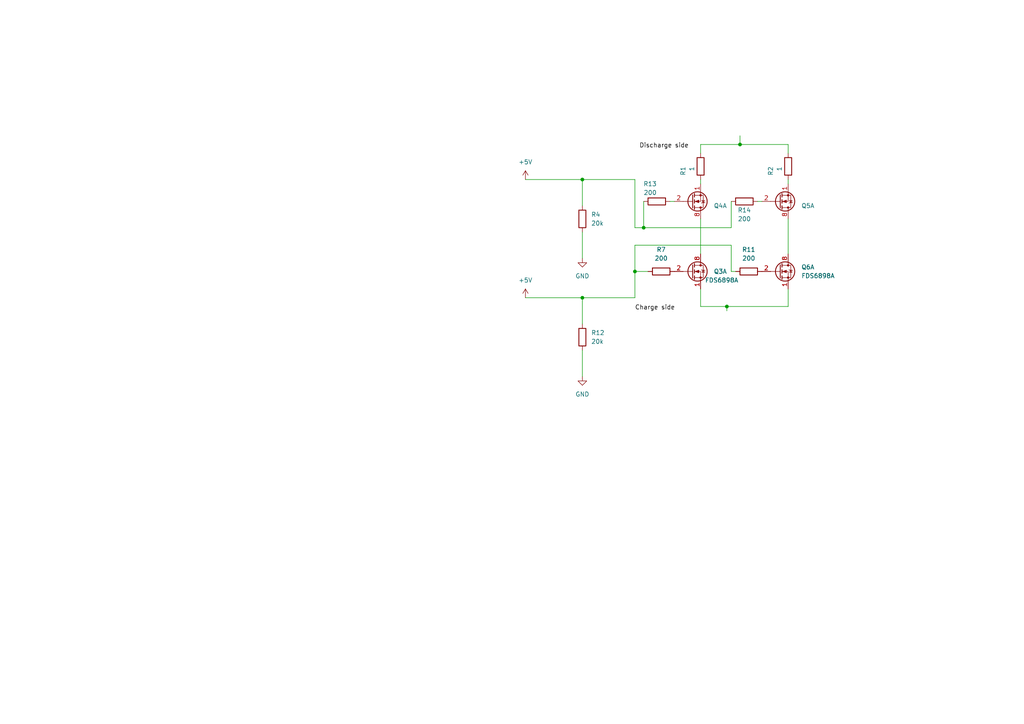
<source format=kicad_sch>
(kicad_sch (version 20230121) (generator eeschema)

  (uuid 21207a22-88c9-4870-a013-fccbd0cd4faf)

  (paper "A4")

  (lib_symbols
    (symbol "Device:R" (pin_numbers hide) (pin_names (offset 0)) (in_bom yes) (on_board yes)
      (property "Reference" "R" (at 2.032 0 90)
        (effects (font (size 1.27 1.27)))
      )
      (property "Value" "R" (at 0 0 90)
        (effects (font (size 1.27 1.27)))
      )
      (property "Footprint" "" (at -1.778 0 90)
        (effects (font (size 1.27 1.27)) hide)
      )
      (property "Datasheet" "~" (at 0 0 0)
        (effects (font (size 1.27 1.27)) hide)
      )
      (property "ki_keywords" "R res resistor" (at 0 0 0)
        (effects (font (size 1.27 1.27)) hide)
      )
      (property "ki_description" "Resistor" (at 0 0 0)
        (effects (font (size 1.27 1.27)) hide)
      )
      (property "ki_fp_filters" "R_*" (at 0 0 0)
        (effects (font (size 1.27 1.27)) hide)
      )
      (symbol "R_0_1"
        (rectangle (start -1.016 -2.54) (end 1.016 2.54)
          (stroke (width 0.254) (type default))
          (fill (type none))
        )
      )
      (symbol "R_1_1"
        (pin passive line (at 0 3.81 270) (length 1.27)
          (name "~" (effects (font (size 1.27 1.27))))
          (number "1" (effects (font (size 1.27 1.27))))
        )
        (pin passive line (at 0 -3.81 90) (length 1.27)
          (name "~" (effects (font (size 1.27 1.27))))
          (number "2" (effects (font (size 1.27 1.27))))
        )
      )
    )
    (symbol "Transistor_FET:FDS6898A" (pin_names hide) (in_bom yes) (on_board yes)
      (property "Reference" "Q" (at 5.08 1.905 0)
        (effects (font (size 1.27 1.27)) (justify left))
      )
      (property "Value" "FDS6898A" (at 5.08 0 0)
        (effects (font (size 1.27 1.27)) (justify left))
      )
      (property "Footprint" "Package_SO:SOIC-8_3.9x4.9mm_P1.27mm" (at 5.08 -1.905 0)
        (effects (font (size 1.27 1.27) italic) (justify left) hide)
      )
      (property "Datasheet" "https://www.onsemi.com/pub/Collateral/FDS6898A-D.PDF" (at 0 0 0)
        (effects (font (size 1.27 1.27)) (justify left) hide)
      )
      (property "ki_keywords" "Dual N-Channel MOSFET" (at 0 0 0)
        (effects (font (size 1.27 1.27)) hide)
      )
      (property "ki_description" "9.4A Id, 20V Vds, Dual N-Channel MOSFET, 14mOhm Ron, SO-8" (at 0 0 0)
        (effects (font (size 1.27 1.27)) hide)
      )
      (property "ki_fp_filters" "SOIC*3.9x4.9mm*P1.27mm*" (at 0 0 0)
        (effects (font (size 1.27 1.27)) hide)
      )
      (symbol "FDS6898A_0_1"
        (polyline
          (pts
            (xy 0.254 0)
            (xy -2.54 0)
          )
          (stroke (width 0) (type default))
          (fill (type none))
        )
        (polyline
          (pts
            (xy 0.254 1.905)
            (xy 0.254 -1.905)
          )
          (stroke (width 0.254) (type default))
          (fill (type none))
        )
        (polyline
          (pts
            (xy 0.762 -1.27)
            (xy 0.762 -2.286)
          )
          (stroke (width 0.254) (type default))
          (fill (type none))
        )
        (polyline
          (pts
            (xy 0.762 0.508)
            (xy 0.762 -0.508)
          )
          (stroke (width 0.254) (type default))
          (fill (type none))
        )
        (polyline
          (pts
            (xy 0.762 2.286)
            (xy 0.762 1.27)
          )
          (stroke (width 0.254) (type default))
          (fill (type none))
        )
        (polyline
          (pts
            (xy 2.54 2.54)
            (xy 2.54 1.778)
          )
          (stroke (width 0) (type default))
          (fill (type none))
        )
        (polyline
          (pts
            (xy 2.54 -2.54)
            (xy 2.54 0)
            (xy 0.762 0)
          )
          (stroke (width 0) (type default))
          (fill (type none))
        )
        (polyline
          (pts
            (xy 0.762 -1.778)
            (xy 3.302 -1.778)
            (xy 3.302 1.778)
            (xy 0.762 1.778)
          )
          (stroke (width 0) (type default))
          (fill (type none))
        )
        (polyline
          (pts
            (xy 1.016 0)
            (xy 2.032 0.381)
            (xy 2.032 -0.381)
            (xy 1.016 0)
          )
          (stroke (width 0) (type default))
          (fill (type outline))
        )
        (polyline
          (pts
            (xy 2.794 0.508)
            (xy 2.921 0.381)
            (xy 3.683 0.381)
            (xy 3.81 0.254)
          )
          (stroke (width 0) (type default))
          (fill (type none))
        )
        (polyline
          (pts
            (xy 3.302 0.381)
            (xy 2.921 -0.254)
            (xy 3.683 -0.254)
            (xy 3.302 0.381)
          )
          (stroke (width 0) (type default))
          (fill (type none))
        )
        (circle (center 1.651 0) (radius 2.794)
          (stroke (width 0.254) (type default))
          (fill (type none))
        )
        (circle (center 2.54 -1.778) (radius 0.254)
          (stroke (width 0) (type default))
          (fill (type outline))
        )
        (circle (center 2.54 1.778) (radius 0.254)
          (stroke (width 0) (type default))
          (fill (type outline))
        )
      )
      (symbol "FDS6898A_1_1"
        (pin passive line (at 2.54 -5.08 90) (length 2.54)
          (name "S1" (effects (font (size 1.27 1.27))))
          (number "1" (effects (font (size 1.27 1.27))))
        )
        (pin passive line (at -5.08 0 0) (length 2.54)
          (name "G1" (effects (font (size 1.27 1.27))))
          (number "2" (effects (font (size 1.27 1.27))))
        )
        (pin passive line (at 2.54 5.08 270) (length 2.54) hide
          (name "D1" (effects (font (size 1.27 1.27))))
          (number "7" (effects (font (size 1.27 1.27))))
        )
        (pin passive line (at 2.54 5.08 270) (length 2.54)
          (name "D1" (effects (font (size 1.27 1.27))))
          (number "8" (effects (font (size 1.27 1.27))))
        )
      )
      (symbol "FDS6898A_2_1"
        (pin passive line (at 2.54 -5.08 90) (length 2.54)
          (name "S2" (effects (font (size 1.27 1.27))))
          (number "3" (effects (font (size 1.27 1.27))))
        )
        (pin passive line (at -5.08 0 0) (length 2.54)
          (name "G2" (effects (font (size 1.27 1.27))))
          (number "4" (effects (font (size 1.27 1.27))))
        )
        (pin passive line (at 2.54 5.08 270) (length 2.54)
          (name "D2" (effects (font (size 1.27 1.27))))
          (number "5" (effects (font (size 1.27 1.27))))
        )
        (pin passive line (at 2.54 5.08 270) (length 2.54) hide
          (name "D2" (effects (font (size 1.27 1.27))))
          (number "6" (effects (font (size 1.27 1.27))))
        )
      )
    )
    (symbol "power:+5V" (power) (pin_names (offset 0)) (in_bom yes) (on_board yes)
      (property "Reference" "#PWR" (at 0 -3.81 0)
        (effects (font (size 1.27 1.27)) hide)
      )
      (property "Value" "+5V" (at 0 3.556 0)
        (effects (font (size 1.27 1.27)))
      )
      (property "Footprint" "" (at 0 0 0)
        (effects (font (size 1.27 1.27)) hide)
      )
      (property "Datasheet" "" (at 0 0 0)
        (effects (font (size 1.27 1.27)) hide)
      )
      (property "ki_keywords" "global power" (at 0 0 0)
        (effects (font (size 1.27 1.27)) hide)
      )
      (property "ki_description" "Power symbol creates a global label with name \"+5V\"" (at 0 0 0)
        (effects (font (size 1.27 1.27)) hide)
      )
      (symbol "+5V_0_1"
        (polyline
          (pts
            (xy -0.762 1.27)
            (xy 0 2.54)
          )
          (stroke (width 0) (type default))
          (fill (type none))
        )
        (polyline
          (pts
            (xy 0 0)
            (xy 0 2.54)
          )
          (stroke (width 0) (type default))
          (fill (type none))
        )
        (polyline
          (pts
            (xy 0 2.54)
            (xy 0.762 1.27)
          )
          (stroke (width 0) (type default))
          (fill (type none))
        )
      )
      (symbol "+5V_1_1"
        (pin power_in line (at 0 0 90) (length 0) hide
          (name "+5V" (effects (font (size 1.27 1.27))))
          (number "1" (effects (font (size 1.27 1.27))))
        )
      )
    )
    (symbol "power:GND" (power) (pin_names (offset 0)) (in_bom yes) (on_board yes)
      (property "Reference" "#PWR" (at 0 -6.35 0)
        (effects (font (size 1.27 1.27)) hide)
      )
      (property "Value" "GND" (at 0 -3.81 0)
        (effects (font (size 1.27 1.27)))
      )
      (property "Footprint" "" (at 0 0 0)
        (effects (font (size 1.27 1.27)) hide)
      )
      (property "Datasheet" "" (at 0 0 0)
        (effects (font (size 1.27 1.27)) hide)
      )
      (property "ki_keywords" "global power" (at 0 0 0)
        (effects (font (size 1.27 1.27)) hide)
      )
      (property "ki_description" "Power symbol creates a global label with name \"GND\" , ground" (at 0 0 0)
        (effects (font (size 1.27 1.27)) hide)
      )
      (symbol "GND_0_1"
        (polyline
          (pts
            (xy 0 0)
            (xy 0 -1.27)
            (xy 1.27 -1.27)
            (xy 0 -2.54)
            (xy -1.27 -1.27)
            (xy 0 -1.27)
          )
          (stroke (width 0) (type default))
          (fill (type none))
        )
      )
      (symbol "GND_1_1"
        (pin power_in line (at 0 0 270) (length 0) hide
          (name "GND" (effects (font (size 1.27 1.27))))
          (number "1" (effects (font (size 1.27 1.27))))
        )
      )
    )
  )

  (junction (at 168.91 52.07) (diameter 0) (color 0 0 0 0)
    (uuid 16784bc5-bf1a-40a8-bdb1-ee8483a375d7)
  )
  (junction (at 186.69 66.04) (diameter 0) (color 0 0 0 0)
    (uuid 2c219368-2ae6-4d06-afe1-12c877b6815a)
  )
  (junction (at 184.15 78.74) (diameter 0) (color 0 0 0 0)
    (uuid 3dcb21e8-bf2c-4272-8410-562c73532c93)
  )
  (junction (at 214.63 41.91) (diameter 0) (color 0 0 0 0)
    (uuid 7a248254-efcf-429a-b88f-0d2e2e607b3a)
  )
  (junction (at 210.82 88.9) (diameter 0) (color 0 0 0 0)
    (uuid ab241562-c886-4513-b526-af7d1d1cd2eb)
  )
  (junction (at 168.91 86.36) (diameter 0) (color 0 0 0 0)
    (uuid ac17060e-7c11-4b2f-b614-be5dee2ebfbf)
  )

  (wire (pts (xy 203.2 63.5) (xy 203.2 73.66))
    (stroke (width 0) (type default))
    (uuid 07959592-24cc-4f4b-bfd0-c568462c3f9a)
  )
  (wire (pts (xy 168.91 52.07) (xy 168.91 59.69))
    (stroke (width 0) (type default))
    (uuid 0920fdc8-b6fc-4b24-a55c-5b4cb1390b59)
  )
  (wire (pts (xy 168.91 86.36) (xy 184.15 86.36))
    (stroke (width 0) (type default))
    (uuid 1ee6420a-5f3b-44dd-903a-922eb924f78c)
  )
  (wire (pts (xy 184.15 78.74) (xy 184.15 71.12))
    (stroke (width 0) (type default))
    (uuid 28350aa8-a197-42a5-8e76-d5836a61d4e1)
  )
  (wire (pts (xy 212.09 58.42) (xy 212.09 66.04))
    (stroke (width 0) (type default))
    (uuid 302f15b6-6a32-4955-980b-c9e6fd3c0bd9)
  )
  (wire (pts (xy 152.4 52.07) (xy 168.91 52.07))
    (stroke (width 0) (type default))
    (uuid 32940955-8fff-439a-96c9-aa551650623d)
  )
  (wire (pts (xy 168.91 52.07) (xy 184.15 52.07))
    (stroke (width 0) (type default))
    (uuid 3f7a1075-3754-4a9e-a03f-5b0b0ed1ad61)
  )
  (wire (pts (xy 168.91 67.31) (xy 168.91 74.93))
    (stroke (width 0) (type default))
    (uuid 40f6c6e7-aa36-460c-acdc-3d7bf5782bed)
  )
  (wire (pts (xy 184.15 66.04) (xy 186.69 66.04))
    (stroke (width 0) (type default))
    (uuid 4326e735-5cfe-418c-bfa7-b54b6b044118)
  )
  (wire (pts (xy 228.6 83.82) (xy 228.6 88.9))
    (stroke (width 0) (type default))
    (uuid 459662ea-31da-41d1-b8bf-772c1ab9a112)
  )
  (wire (pts (xy 219.71 58.42) (xy 220.98 58.42))
    (stroke (width 0) (type default))
    (uuid 4ad01e82-311e-4d10-b886-a41c641df5bc)
  )
  (wire (pts (xy 184.15 78.74) (xy 187.96 78.74))
    (stroke (width 0) (type default))
    (uuid 4ec0b967-5332-4274-a8ff-2e0a807bad08)
  )
  (wire (pts (xy 203.2 41.91) (xy 203.2 44.45))
    (stroke (width 0) (type default))
    (uuid 510b9e82-7b6b-4fd7-9101-00e2be9a8f99)
  )
  (wire (pts (xy 184.15 71.12) (xy 212.09 71.12))
    (stroke (width 0) (type default))
    (uuid 59c907a7-9e08-487c-a270-243a1d687d9c)
  )
  (wire (pts (xy 203.2 52.07) (xy 203.2 53.34))
    (stroke (width 0) (type default))
    (uuid 656c9986-8f87-4385-834e-e3e7b19fc58f)
  )
  (wire (pts (xy 228.6 41.91) (xy 228.6 44.45))
    (stroke (width 0) (type default))
    (uuid 67997248-8e8c-40f7-9e2d-a5df0ceaa698)
  )
  (wire (pts (xy 212.09 71.12) (xy 212.09 78.74))
    (stroke (width 0) (type default))
    (uuid 739c1946-34c5-4704-b689-e8d8358a75c5)
  )
  (wire (pts (xy 184.15 86.36) (xy 184.15 78.74))
    (stroke (width 0) (type default))
    (uuid 74fcf3be-f8ee-49f1-8327-c04523b0e1fa)
  )
  (wire (pts (xy 203.2 83.82) (xy 203.2 88.9))
    (stroke (width 0) (type default))
    (uuid 7a07aac2-be75-43d8-af33-e88513f89cc4)
  )
  (wire (pts (xy 228.6 63.5) (xy 228.6 73.66))
    (stroke (width 0) (type default))
    (uuid 80376a5a-1065-480a-bc38-372c9859df08)
  )
  (wire (pts (xy 168.91 86.36) (xy 168.91 93.98))
    (stroke (width 0) (type default))
    (uuid 8b9e8c5c-6388-4499-a53e-7a56a7b805b5)
  )
  (wire (pts (xy 186.69 66.04) (xy 212.09 66.04))
    (stroke (width 0) (type default))
    (uuid 9ba50b72-fdd5-4109-b089-78aa89eaaca0)
  )
  (wire (pts (xy 214.63 39.37) (xy 214.63 41.91))
    (stroke (width 0) (type default))
    (uuid ab0be096-9621-4e17-af28-d670d1640ab8)
  )
  (wire (pts (xy 168.91 101.6) (xy 168.91 109.22))
    (stroke (width 0) (type default))
    (uuid af637f31-1542-427f-9a25-6794f535ef1f)
  )
  (wire (pts (xy 194.31 58.42) (xy 195.58 58.42))
    (stroke (width 0) (type default))
    (uuid b4e52a02-bbcf-44b7-a434-67e5eb0fd5eb)
  )
  (wire (pts (xy 203.2 88.9) (xy 210.82 88.9))
    (stroke (width 0) (type default))
    (uuid bb0d990c-cd69-45ec-8fb3-27df2a0cffbf)
  )
  (wire (pts (xy 228.6 52.07) (xy 228.6 53.34))
    (stroke (width 0) (type default))
    (uuid bf3b9c3c-3ea1-4196-86c4-3a885ace7f40)
  )
  (wire (pts (xy 210.82 88.9) (xy 228.6 88.9))
    (stroke (width 0) (type default))
    (uuid cb0e6d25-3884-4a81-98ab-ee7c831d6a43)
  )
  (wire (pts (xy 203.2 41.91) (xy 214.63 41.91))
    (stroke (width 0) (type default))
    (uuid cbf5dd76-bba4-4cbd-9c7b-40c8f8118606)
  )
  (wire (pts (xy 152.4 86.36) (xy 168.91 86.36))
    (stroke (width 0) (type default))
    (uuid d8fa01c0-bed7-418c-9ca6-b0b307e4a521)
  )
  (wire (pts (xy 212.09 78.74) (xy 213.36 78.74))
    (stroke (width 0) (type default))
    (uuid da2ffca3-4ea3-4062-aedc-aca4f611d300)
  )
  (wire (pts (xy 214.63 41.91) (xy 228.6 41.91))
    (stroke (width 0) (type default))
    (uuid e5a31c74-d2cb-479e-8082-f36e35d765e6)
  )
  (wire (pts (xy 186.69 58.42) (xy 186.69 66.04))
    (stroke (width 0) (type default))
    (uuid f1b02894-f5f8-4614-8fde-3d7b6160aeb0)
  )
  (wire (pts (xy 210.82 88.9) (xy 210.82 90.17))
    (stroke (width 0) (type default))
    (uuid f6800615-937d-4ca8-a6da-4b9bbf0d0595)
  )
  (wire (pts (xy 184.15 52.07) (xy 184.15 66.04))
    (stroke (width 0) (type default))
    (uuid f709da83-e56b-4078-8cc7-6515523013d2)
  )

  (label "Charge side" (at 184.15 90.17 0) (fields_autoplaced)
    (effects (font (size 1.27 1.27)) (justify left bottom))
    (uuid 15f6dab1-35e3-4167-b6f0-77d52edd7786)
  )
  (label "Discharge side" (at 185.42 43.18 0) (fields_autoplaced)
    (effects (font (size 1.27 1.27)) (justify left bottom))
    (uuid 1dedf72b-36c2-45c4-a515-b1d64de5151f)
  )

  (symbol (lib_id "Device:R") (at 191.77 78.74 270) (unit 1)
    (in_bom yes) (on_board yes) (dnp no) (fields_autoplaced)
    (uuid 105ffce2-80ca-490b-811c-d34bf051749f)
    (property "Reference" "R7" (at 191.77 72.39 90)
      (effects (font (size 1.27 1.27)))
    )
    (property "Value" "200" (at 191.77 74.93 90)
      (effects (font (size 1.27 1.27)))
    )
    (property "Footprint" "Resistor_SMD:R_0603_1608Metric" (at 191.77 76.962 90)
      (effects (font (size 1.27 1.27)) hide)
    )
    (property "Datasheet" "~" (at 191.77 78.74 0)
      (effects (font (size 1.27 1.27)) hide)
    )
    (pin "1" (uuid 37462b76-338e-42bf-82c6-4ab0e0516535))
    (pin "2" (uuid 8f9d35d3-734b-4b30-9ca4-5f472615152f))
    (instances
      (project "b"
        (path "/21207a22-88c9-4870-a013-fccbd0cd4faf"
          (reference "R7") (unit 1)
        )
      )
    )
  )

  (symbol (lib_id "Device:R") (at 228.6 48.26 0) (unit 1)
    (in_bom yes) (on_board yes) (dnp no)
    (uuid 3124939d-e68b-4dbe-97dc-05f971fd01b2)
    (property "Reference" "R2" (at 223.52 48.26 90)
      (effects (font (size 1.27 1.27)) (justify right))
    )
    (property "Value" "1" (at 226.06 48.26 90)
      (effects (font (size 1.27 1.27)) (justify right))
    )
    (property "Footprint" "Resistor_SMD:R_0603_1608Metric" (at 226.822 48.26 90)
      (effects (font (size 1.27 1.27)) hide)
    )
    (property "Datasheet" "~" (at 228.6 48.26 0)
      (effects (font (size 1.27 1.27)) hide)
    )
    (pin "1" (uuid 20c99fc6-a23d-4986-b1bb-8b259bda8bc2))
    (pin "2" (uuid c95a9f48-ff0c-440e-bf3f-467fb5e0dac9))
    (instances
      (project "b"
        (path "/21207a22-88c9-4870-a013-fccbd0cd4faf"
          (reference "R2") (unit 1)
        )
      )
    )
  )

  (symbol (lib_id "power:+5V") (at 152.4 52.07 0) (unit 1)
    (in_bom yes) (on_board yes) (dnp no) (fields_autoplaced)
    (uuid 329d897e-359f-4b96-b1ca-5abb172341e5)
    (property "Reference" "#PWR04" (at 152.4 55.88 0)
      (effects (font (size 1.27 1.27)) hide)
    )
    (property "Value" "+5V" (at 152.4 46.99 0)
      (effects (font (size 1.27 1.27)))
    )
    (property "Footprint" "" (at 152.4 52.07 0)
      (effects (font (size 1.27 1.27)) hide)
    )
    (property "Datasheet" "" (at 152.4 52.07 0)
      (effects (font (size 1.27 1.27)) hide)
    )
    (pin "1" (uuid 029e667d-4946-41da-97c1-a844e188a4eb))
    (instances
      (project "b"
        (path "/21207a22-88c9-4870-a013-fccbd0cd4faf"
          (reference "#PWR04") (unit 1)
        )
      )
    )
  )

  (symbol (lib_id "Device:R") (at 217.17 78.74 270) (unit 1)
    (in_bom yes) (on_board yes) (dnp no) (fields_autoplaced)
    (uuid 635a47e4-3c75-4fc2-a327-dd3a901b6e87)
    (property "Reference" "R11" (at 217.17 72.39 90)
      (effects (font (size 1.27 1.27)))
    )
    (property "Value" "200" (at 217.17 74.93 90)
      (effects (font (size 1.27 1.27)))
    )
    (property "Footprint" "Resistor_SMD:R_0603_1608Metric" (at 217.17 76.962 90)
      (effects (font (size 1.27 1.27)) hide)
    )
    (property "Datasheet" "~" (at 217.17 78.74 0)
      (effects (font (size 1.27 1.27)) hide)
    )
    (pin "1" (uuid 7b4d0032-3fe9-4045-98ef-d87693c65ef1))
    (pin "2" (uuid a6eb69b1-2548-40f4-9a4b-dc2989a8782e))
    (instances
      (project "b"
        (path "/21207a22-88c9-4870-a013-fccbd0cd4faf"
          (reference "R11") (unit 1)
        )
      )
    )
  )

  (symbol (lib_id "Transistor_FET:FDS6898A") (at 226.06 78.74 0) (unit 1)
    (in_bom yes) (on_board yes) (dnp no) (fields_autoplaced)
    (uuid 694ccc69-b529-44a4-bf00-9ea8f8d8da28)
    (property "Reference" "Q6" (at 232.41 77.47 0)
      (effects (font (size 1.27 1.27)) (justify left))
    )
    (property "Value" "FDS6898A" (at 232.41 80.01 0)
      (effects (font (size 1.27 1.27)) (justify left))
    )
    (property "Footprint" "Package_SO:SOIC-8_3.9x4.9mm_P1.27mm" (at 231.14 80.645 0)
      (effects (font (size 1.27 1.27) italic) (justify left) hide)
    )
    (property "Datasheet" "https://www.onsemi.com/pub/Collateral/FDS6898A-D.PDF" (at 226.06 78.74 0)
      (effects (font (size 1.27 1.27)) (justify left) hide)
    )
    (pin "1" (uuid 8ec5840d-3d5f-4432-b1c0-9cdd00ef5ecb))
    (pin "2" (uuid a62c225b-b7e3-4de8-9c31-436db21a957b))
    (pin "7" (uuid 70697fe8-c25f-495e-9096-140ee8df1bb3))
    (pin "8" (uuid 63199912-9403-48a8-84e0-48318b0b2f4f))
    (pin "3" (uuid da077dba-0dd3-4a97-963c-64e792481257))
    (pin "4" (uuid 38796d79-2411-4cd3-9efd-2052a02473be))
    (pin "5" (uuid 402d3881-eed2-4604-bbc1-1e2effe71c5a))
    (pin "6" (uuid ecd17851-0823-4c43-8fb3-ed768b9f0786))
    (instances
      (project "b"
        (path "/21207a22-88c9-4870-a013-fccbd0cd4faf"
          (reference "Q6") (unit 1)
        )
      )
    )
  )

  (symbol (lib_id "power:GND") (at 168.91 109.22 0) (unit 1)
    (in_bom yes) (on_board yes) (dnp no) (fields_autoplaced)
    (uuid 6afd2050-d5c2-48de-962c-159e5f70d1b3)
    (property "Reference" "#PWR07" (at 168.91 115.57 0)
      (effects (font (size 1.27 1.27)) hide)
    )
    (property "Value" "GND" (at 168.91 114.3508 0)
      (effects (font (size 1.27 1.27)))
    )
    (property "Footprint" "" (at 168.91 109.22 0)
      (effects (font (size 1.27 1.27)) hide)
    )
    (property "Datasheet" "" (at 168.91 109.22 0)
      (effects (font (size 1.27 1.27)) hide)
    )
    (pin "1" (uuid bb12ab2a-a85e-42c8-be6a-95a4d20cb5d4))
    (instances
      (project "b"
        (path "/21207a22-88c9-4870-a013-fccbd0cd4faf"
          (reference "#PWR07") (unit 1)
        )
      )
      (project "EmbSysProject"
        (path "/964c07c2-a448-4db6-b7ad-ac6c50e94eca"
          (reference "#PWR01") (unit 1)
        )
      )
    )
  )

  (symbol (lib_id "Device:R") (at 168.91 97.79 180) (unit 1)
    (in_bom yes) (on_board yes) (dnp no) (fields_autoplaced)
    (uuid 6b7f0a69-3ad1-4f96-804b-373ea4b494a1)
    (property "Reference" "R12" (at 171.45 96.52 0)
      (effects (font (size 1.27 1.27)) (justify right))
    )
    (property "Value" "20k" (at 171.45 99.06 0)
      (effects (font (size 1.27 1.27)) (justify right))
    )
    (property "Footprint" "Resistor_SMD:R_0603_1608Metric" (at 170.688 97.79 90)
      (effects (font (size 1.27 1.27)) hide)
    )
    (property "Datasheet" "~" (at 168.91 97.79 0)
      (effects (font (size 1.27 1.27)) hide)
    )
    (pin "1" (uuid 027b936b-5575-479b-a851-b75a26522c02))
    (pin "2" (uuid 1c907ad8-3193-4184-a25b-04ae3afb0f7b))
    (instances
      (project "b"
        (path "/21207a22-88c9-4870-a013-fccbd0cd4faf"
          (reference "R12") (unit 1)
        )
      )
    )
  )

  (symbol (lib_id "power:GND") (at 168.91 74.93 0) (unit 1)
    (in_bom yes) (on_board yes) (dnp no) (fields_autoplaced)
    (uuid 7e9e517b-a294-47c9-b201-eb4b31dd615a)
    (property "Reference" "#PWR01" (at 168.91 81.28 0)
      (effects (font (size 1.27 1.27)) hide)
    )
    (property "Value" "GND" (at 168.91 80.0608 0)
      (effects (font (size 1.27 1.27)))
    )
    (property "Footprint" "" (at 168.91 74.93 0)
      (effects (font (size 1.27 1.27)) hide)
    )
    (property "Datasheet" "" (at 168.91 74.93 0)
      (effects (font (size 1.27 1.27)) hide)
    )
    (pin "1" (uuid de004c69-e0ec-45a2-96bc-8fa9c29ecb65))
    (instances
      (project "b"
        (path "/21207a22-88c9-4870-a013-fccbd0cd4faf"
          (reference "#PWR01") (unit 1)
        )
      )
      (project "EmbSysProject"
        (path "/964c07c2-a448-4db6-b7ad-ac6c50e94eca"
          (reference "#PWR01") (unit 1)
        )
      )
    )
  )

  (symbol (lib_id "power:+5V") (at 152.4 86.36 0) (unit 1)
    (in_bom yes) (on_board yes) (dnp no) (fields_autoplaced)
    (uuid 97e379e8-462d-4b1e-be3a-16249f411435)
    (property "Reference" "#PWR06" (at 152.4 90.17 0)
      (effects (font (size 1.27 1.27)) hide)
    )
    (property "Value" "+5V" (at 152.4 81.28 0)
      (effects (font (size 1.27 1.27)))
    )
    (property "Footprint" "" (at 152.4 86.36 0)
      (effects (font (size 1.27 1.27)) hide)
    )
    (property "Datasheet" "" (at 152.4 86.36 0)
      (effects (font (size 1.27 1.27)) hide)
    )
    (pin "1" (uuid a27d87c7-8ae3-4b91-80cd-734293601cd2))
    (instances
      (project "b"
        (path "/21207a22-88c9-4870-a013-fccbd0cd4faf"
          (reference "#PWR06") (unit 1)
        )
      )
    )
  )

  (symbol (lib_id "Transistor_FET:FDS6898A") (at 226.06 58.42 0) (mirror x) (unit 1)
    (in_bom yes) (on_board yes) (dnp no)
    (uuid c614643c-a203-44eb-9820-176ec8666f78)
    (property "Reference" "Q5" (at 232.41 59.69 0)
      (effects (font (size 1.27 1.27)) (justify left))
    )
    (property "Value" "FDS6898A" (at 232.41 57.15 0)
      (effects (font (size 1.27 1.27)) (justify left) hide)
    )
    (property "Footprint" "Package_SO:SOIC-8_3.9x4.9mm_P1.27mm" (at 231.14 56.515 0)
      (effects (font (size 1.27 1.27) italic) (justify left) hide)
    )
    (property "Datasheet" "https://www.onsemi.com/pub/Collateral/FDS6898A-D.PDF" (at 226.06 58.42 0)
      (effects (font (size 1.27 1.27)) (justify left) hide)
    )
    (pin "1" (uuid 96cd6908-136e-4ccb-b536-5e3dddfe0252))
    (pin "2" (uuid f392f9b9-2d07-4d5f-9b1d-1a5cb9bec186))
    (pin "7" (uuid 0aa019a7-c140-4635-808b-074571c5d4bf))
    (pin "8" (uuid 90398ba3-5659-4c87-a6fb-af13f9c3181c))
    (pin "3" (uuid da077dba-0dd3-4a97-963c-64e792481256))
    (pin "4" (uuid 38796d79-2411-4cd3-9efd-2052a02473bd))
    (pin "5" (uuid 402d3881-eed2-4604-bbc1-1e2effe71c59))
    (pin "6" (uuid ecd17851-0823-4c43-8fb3-ed768b9f0785))
    (instances
      (project "b"
        (path "/21207a22-88c9-4870-a013-fccbd0cd4faf"
          (reference "Q5") (unit 1)
        )
      )
    )
  )

  (symbol (lib_id "Device:R") (at 168.91 63.5 180) (unit 1)
    (in_bom yes) (on_board yes) (dnp no) (fields_autoplaced)
    (uuid ce5d8f4b-1c25-4b8a-87f6-adc5af6115f2)
    (property "Reference" "R4" (at 171.45 62.23 0)
      (effects (font (size 1.27 1.27)) (justify right))
    )
    (property "Value" "20k" (at 171.45 64.77 0)
      (effects (font (size 1.27 1.27)) (justify right))
    )
    (property "Footprint" "Resistor_SMD:R_0603_1608Metric" (at 170.688 63.5 90)
      (effects (font (size 1.27 1.27)) hide)
    )
    (property "Datasheet" "~" (at 168.91 63.5 0)
      (effects (font (size 1.27 1.27)) hide)
    )
    (pin "1" (uuid d016b6e7-c5c3-4be6-a0ce-ea52cc87c729))
    (pin "2" (uuid 5f1654d3-3c72-4812-a07d-609961b5f5ff))
    (instances
      (project "b"
        (path "/21207a22-88c9-4870-a013-fccbd0cd4faf"
          (reference "R4") (unit 1)
        )
      )
    )
  )

  (symbol (lib_id "Device:R") (at 203.2 48.26 0) (unit 1)
    (in_bom yes) (on_board yes) (dnp no)
    (uuid d662fdf3-74bc-465d-9648-13e6b7a79e89)
    (property "Reference" "R1" (at 198.12 48.26 90)
      (effects (font (size 1.27 1.27)) (justify right))
    )
    (property "Value" "1" (at 200.66 48.26 90)
      (effects (font (size 1.27 1.27)) (justify right))
    )
    (property "Footprint" "Resistor_SMD:R_0603_1608Metric" (at 201.422 48.26 90)
      (effects (font (size 1.27 1.27)) hide)
    )
    (property "Datasheet" "~" (at 203.2 48.26 0)
      (effects (font (size 1.27 1.27)) hide)
    )
    (pin "1" (uuid 4e8f2485-677c-44fd-8b4c-d60eff753516))
    (pin "2" (uuid 313d9078-4a33-4427-9884-14cfb2b5943f))
    (instances
      (project "b"
        (path "/21207a22-88c9-4870-a013-fccbd0cd4faf"
          (reference "R1") (unit 1)
        )
      )
    )
  )

  (symbol (lib_id "Device:R") (at 215.9 58.42 90) (unit 1)
    (in_bom yes) (on_board yes) (dnp no)
    (uuid dab03a5a-6eaf-4f24-ac2e-a386de5a746c)
    (property "Reference" "R14" (at 215.9 60.96 90)
      (effects (font (size 1.27 1.27)))
    )
    (property "Value" "200" (at 215.9 63.5 90)
      (effects (font (size 1.27 1.27)))
    )
    (property "Footprint" "Resistor_SMD:R_0603_1608Metric" (at 215.9 60.198 90)
      (effects (font (size 1.27 1.27)) hide)
    )
    (property "Datasheet" "~" (at 215.9 58.42 0)
      (effects (font (size 1.27 1.27)) hide)
    )
    (pin "1" (uuid 5314babe-4b47-4c99-8751-e3b61765d622))
    (pin "2" (uuid 4cced744-0255-4c84-9aa2-2e432618d4e7))
    (instances
      (project "b"
        (path "/21207a22-88c9-4870-a013-fccbd0cd4faf"
          (reference "R14") (unit 1)
        )
      )
    )
  )

  (symbol (lib_id "Device:R") (at 190.5 58.42 270) (unit 1)
    (in_bom yes) (on_board yes) (dnp no)
    (uuid e6bbb2cd-0ae8-46b9-8851-f94cc368596a)
    (property "Reference" "R13" (at 190.5 53.34 90)
      (effects (font (size 1.27 1.27)) (justify right))
    )
    (property "Value" "200" (at 190.5 55.88 90)
      (effects (font (size 1.27 1.27)) (justify right))
    )
    (property "Footprint" "Resistor_SMD:R_0603_1608Metric" (at 190.5 56.642 90)
      (effects (font (size 1.27 1.27)) hide)
    )
    (property "Datasheet" "~" (at 190.5 58.42 0)
      (effects (font (size 1.27 1.27)) hide)
    )
    (pin "1" (uuid 8a05e3fe-934a-40f5-b88c-f46f877aaad4))
    (pin "2" (uuid ece3b495-6391-4898-a192-388b69ea5f20))
    (instances
      (project "b"
        (path "/21207a22-88c9-4870-a013-fccbd0cd4faf"
          (reference "R13") (unit 1)
        )
      )
    )
  )

  (symbol (lib_id "Transistor_FET:FDS6898A") (at 200.66 58.42 0) (mirror x) (unit 1)
    (in_bom yes) (on_board yes) (dnp no)
    (uuid f39cc4f1-c88d-465a-b135-6383beb60724)
    (property "Reference" "Q4" (at 207.01 59.69 0)
      (effects (font (size 1.27 1.27)) (justify left))
    )
    (property "Value" "FDS6898A" (at 207.01 57.15 0)
      (effects (font (size 1.27 1.27)) (justify left) hide)
    )
    (property "Footprint" "Package_SO:SOIC-8_3.9x4.9mm_P1.27mm" (at 205.74 56.515 0)
      (effects (font (size 1.27 1.27) italic) (justify left) hide)
    )
    (property "Datasheet" "https://www.onsemi.com/pub/Collateral/FDS6898A-D.PDF" (at 200.66 58.42 0)
      (effects (font (size 1.27 1.27)) (justify left) hide)
    )
    (pin "1" (uuid a5f4e2e8-e7d8-47dc-8357-8126952a3222))
    (pin "2" (uuid e7d668c1-17c1-41b9-b448-762a6b2c6421))
    (pin "7" (uuid 6c6ab269-e0dd-4bc6-8506-074225e506cb))
    (pin "8" (uuid 2acd7091-8850-4675-a9cf-da31a2453d6d))
    (pin "3" (uuid da077dba-0dd3-4a97-963c-64e792481258))
    (pin "4" (uuid 38796d79-2411-4cd3-9efd-2052a02473bf))
    (pin "5" (uuid 402d3881-eed2-4604-bbc1-1e2effe71c5b))
    (pin "6" (uuid ecd17851-0823-4c43-8fb3-ed768b9f0787))
    (instances
      (project "b"
        (path "/21207a22-88c9-4870-a013-fccbd0cd4faf"
          (reference "Q4") (unit 1)
        )
      )
    )
  )

  (symbol (lib_id "Transistor_FET:FDS6898A") (at 200.66 78.74 0) (unit 1)
    (in_bom yes) (on_board yes) (dnp no)
    (uuid f8534f91-5458-4ed4-aa0a-baf4b5c19a5a)
    (property "Reference" "Q3" (at 207.01 78.74 0)
      (effects (font (size 1.27 1.27)) (justify left))
    )
    (property "Value" "FDS6898A" (at 204.47 81.28 0)
      (effects (font (size 1.27 1.27)) (justify left))
    )
    (property "Footprint" "Package_SO:SOIC-8_3.9x4.9mm_P1.27mm" (at 205.74 80.645 0)
      (effects (font (size 1.27 1.27) italic) (justify left) hide)
    )
    (property "Datasheet" "https://www.onsemi.com/pub/Collateral/FDS6898A-D.PDF" (at 200.66 78.74 0)
      (effects (font (size 1.27 1.27)) (justify left) hide)
    )
    (pin "1" (uuid c2e24212-60ff-454e-9791-f868371e41ee))
    (pin "2" (uuid 95ebe8a2-7615-4c27-8545-38a13f407faa))
    (pin "7" (uuid 8b1501d7-f64c-47cc-9dcb-7e647da5d1c6))
    (pin "8" (uuid dfc1ef0c-3365-4d30-abd6-d14ea30d08c1))
    (pin "3" (uuid da077dba-0dd3-4a97-963c-64e792481259))
    (pin "4" (uuid 38796d79-2411-4cd3-9efd-2052a02473c0))
    (pin "5" (uuid 402d3881-eed2-4604-bbc1-1e2effe71c5c))
    (pin "6" (uuid ecd17851-0823-4c43-8fb3-ed768b9f0788))
    (instances
      (project "b"
        (path "/21207a22-88c9-4870-a013-fccbd0cd4faf"
          (reference "Q3") (unit 1)
        )
      )
    )
  )

  (sheet_instances
    (path "/" (page "1"))
  )
)

</source>
